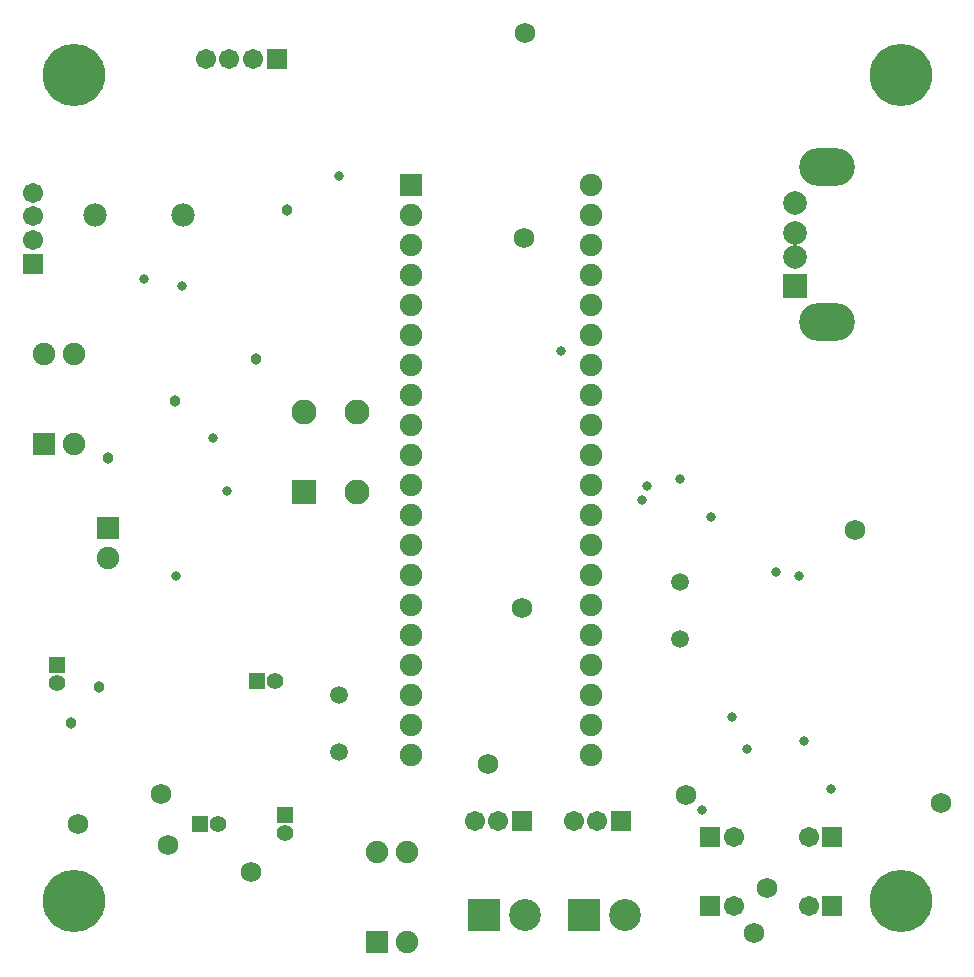
<source format=gbs>
G04*
G04 #@! TF.GenerationSoftware,Altium Limited,Altium Designer,19.0.4 (130)*
G04*
G04 Layer_Color=16711935*
%FSLAX25Y25*%
%MOIN*%
G70*
G01*
G75*
%ADD55C,0.20800*%
%ADD56C,0.07493*%
%ADD57R,0.07493X0.07493*%
%ADD58C,0.06706*%
%ADD59R,0.06706X0.06706*%
%ADD60R,0.08280X0.08280*%
%ADD61C,0.08280*%
%ADD62C,0.05524*%
%ADD63R,0.05524X0.05524*%
%ADD64R,0.05524X0.05524*%
%ADD65R,0.07493X0.07493*%
%ADD66C,0.10642*%
%ADD67R,0.10642X0.10642*%
%ADD68O,0.18517X0.12611*%
%ADD69R,0.07887X0.07887*%
%ADD70C,0.07887*%
%ADD71R,0.06706X0.06706*%
%ADD72C,0.07800*%
%ADD73C,0.05918*%
%ADD74C,0.03200*%
%ADD75C,0.06800*%
%ADD76C,0.03800*%
D55*
X295276Y19685D02*
D03*
X19685D02*
D03*
Y295276D02*
D03*
X295276D02*
D03*
D56*
X192000Y68500D02*
D03*
Y78500D02*
D03*
Y88500D02*
D03*
Y98500D02*
D03*
Y108500D02*
D03*
Y118500D02*
D03*
Y128500D02*
D03*
Y138500D02*
D03*
Y148500D02*
D03*
Y158500D02*
D03*
Y168500D02*
D03*
Y178500D02*
D03*
Y188500D02*
D03*
Y198500D02*
D03*
Y208500D02*
D03*
Y218500D02*
D03*
Y228500D02*
D03*
Y238500D02*
D03*
Y248500D02*
D03*
Y258500D02*
D03*
X132000Y68500D02*
D03*
Y78500D02*
D03*
Y88500D02*
D03*
Y98500D02*
D03*
Y108500D02*
D03*
Y118500D02*
D03*
Y128500D02*
D03*
Y138500D02*
D03*
Y148500D02*
D03*
Y158500D02*
D03*
Y168500D02*
D03*
Y178500D02*
D03*
Y188500D02*
D03*
Y198500D02*
D03*
Y208500D02*
D03*
Y218500D02*
D03*
Y228500D02*
D03*
Y238500D02*
D03*
Y248500D02*
D03*
X130500Y6000D02*
D03*
X120500Y36000D02*
D03*
X130500D02*
D03*
X19500Y202000D02*
D03*
X9500D02*
D03*
X19500Y172000D02*
D03*
X31000Y134000D02*
D03*
D57*
X132000Y258500D02*
D03*
D58*
X63500Y300500D02*
D03*
X79248D02*
D03*
X71374D02*
D03*
X186126Y46500D02*
D03*
X194000D02*
D03*
X153126D02*
D03*
X161000D02*
D03*
X264500Y18000D02*
D03*
Y41000D02*
D03*
X239437Y18000D02*
D03*
Y41000D02*
D03*
X6000Y255894D02*
D03*
Y240146D02*
D03*
Y248020D02*
D03*
D59*
X87122Y300500D02*
D03*
X201874Y46500D02*
D03*
X168874D02*
D03*
X272374Y18000D02*
D03*
Y41000D02*
D03*
X231563Y18000D02*
D03*
Y41000D02*
D03*
D60*
X96142Y156114D02*
D03*
D61*
X113858D02*
D03*
Y182886D02*
D03*
X96142D02*
D03*
D62*
X67453Y45500D02*
D03*
X90000Y42547D02*
D03*
X14000Y92547D02*
D03*
X86500Y93000D02*
D03*
D63*
X61547Y45500D02*
D03*
X80594Y93000D02*
D03*
D64*
X90000Y48453D02*
D03*
X14000Y98453D02*
D03*
D65*
X120500Y6000D02*
D03*
X9500Y172000D02*
D03*
X31000Y144000D02*
D03*
D66*
X203279Y15000D02*
D03*
X169890D02*
D03*
D67*
X189500D02*
D03*
X156110D02*
D03*
D68*
X270669Y264429D02*
D03*
Y212697D02*
D03*
D69*
X260000Y224783D02*
D03*
D70*
Y234626D02*
D03*
X260000Y252343D02*
D03*
X260000Y242500D02*
D03*
D71*
X6000Y232272D02*
D03*
D72*
X56000Y248500D02*
D03*
X26472D02*
D03*
D73*
X221500Y126000D02*
D03*
Y107102D02*
D03*
X108000Y88500D02*
D03*
Y69602D02*
D03*
D74*
Y261500D02*
D03*
X70500Y156500D02*
D03*
X53500Y128000D02*
D03*
X65809Y174000D02*
D03*
X55500Y224783D02*
D03*
X43000Y227000D02*
D03*
X229000Y50000D02*
D03*
X262874Y73000D02*
D03*
X261374Y128000D02*
D03*
X253500Y129500D02*
D03*
X182000Y203000D02*
D03*
X210500Y158000D02*
D03*
X208846Y153654D02*
D03*
X238990Y81000D02*
D03*
X244000Y70500D02*
D03*
X271874Y57000D02*
D03*
X231760Y147760D02*
D03*
X221500Y160500D02*
D03*
D75*
X169890Y309000D02*
D03*
X169721Y240961D02*
D03*
X169001Y117461D02*
D03*
X157501Y65461D02*
D03*
X223500Y55000D02*
D03*
X48500Y55500D02*
D03*
X250500Y24000D02*
D03*
X246223Y9000D02*
D03*
X308500Y52500D02*
D03*
X280000Y143500D02*
D03*
X78500Y29553D02*
D03*
X51000Y38500D02*
D03*
X21000Y45500D02*
D03*
D76*
X90500Y250000D02*
D03*
X28000Y91000D02*
D03*
X18500Y79000D02*
D03*
X80234Y200500D02*
D03*
X53130Y186630D02*
D03*
X31000Y167500D02*
D03*
M02*

</source>
